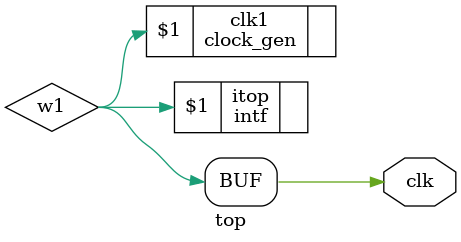
<source format=sv>
module top (output clk);
	
	
	logic w1;
	clock_gen clk1(w1);
	intf itop (w1);
	d_ff dut (itop.dff);
	dff_tb tb1 (itop.tb);
	
	assign clk = w1; 
	 initial begin
	   $dumpfile ("wave.vcd");
	   $dumpvars;
	end
endmodule

</source>
